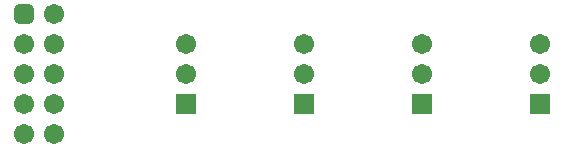
<source format=gbr>
G04*
G04 #@! TF.GenerationSoftware,Altium Limited,Altium Designer,22.4.2 (48)*
G04*
G04 Layer_Color=8388736*
%FSLAX44Y44*%
%MOMM*%
G71*
G04*
G04 #@! TF.SameCoordinates,B20A0790-DF17-45FB-B65C-B6E2A976101D*
G04*
G04*
G04 #@! TF.FilePolarity,Negative*
G04*
G01*
G75*
%ADD14C,1.7032*%
G04:AMPARAMS|DCode=15|XSize=1.7032mm|YSize=1.7032mm|CornerRadius=0.4766mm|HoleSize=0mm|Usage=FLASHONLY|Rotation=270.000|XOffset=0mm|YOffset=0mm|HoleType=Round|Shape=RoundedRectangle|*
%AMROUNDEDRECTD15*
21,1,1.7032,0.7500,0,0,270.0*
21,1,0.7500,1.7032,0,0,270.0*
1,1,0.9532,-0.3750,-0.3750*
1,1,0.9532,-0.3750,0.3750*
1,1,0.9532,0.3750,0.3750*
1,1,0.9532,0.3750,-0.3750*
%
%ADD15ROUNDEDRECTD15*%
%ADD16R,1.7032X1.7032*%
D14*
X41500Y107900D02*
D03*
X16100D02*
D03*
X41500Y133300D02*
D03*
X16100Y82500D02*
D03*
X41500D02*
D03*
X16100Y57100D02*
D03*
Y31700D02*
D03*
X41500Y57100D02*
D03*
Y31700D02*
D03*
X153000Y82500D02*
D03*
Y107900D02*
D03*
X253000Y82500D02*
D03*
Y107900D02*
D03*
X453000Y82500D02*
D03*
Y107900D02*
D03*
X353000Y82500D02*
D03*
Y107900D02*
D03*
D15*
X16100Y133300D02*
D03*
D16*
X153000Y57100D02*
D03*
X253000D02*
D03*
X453000D02*
D03*
X353000D02*
D03*
M02*

</source>
